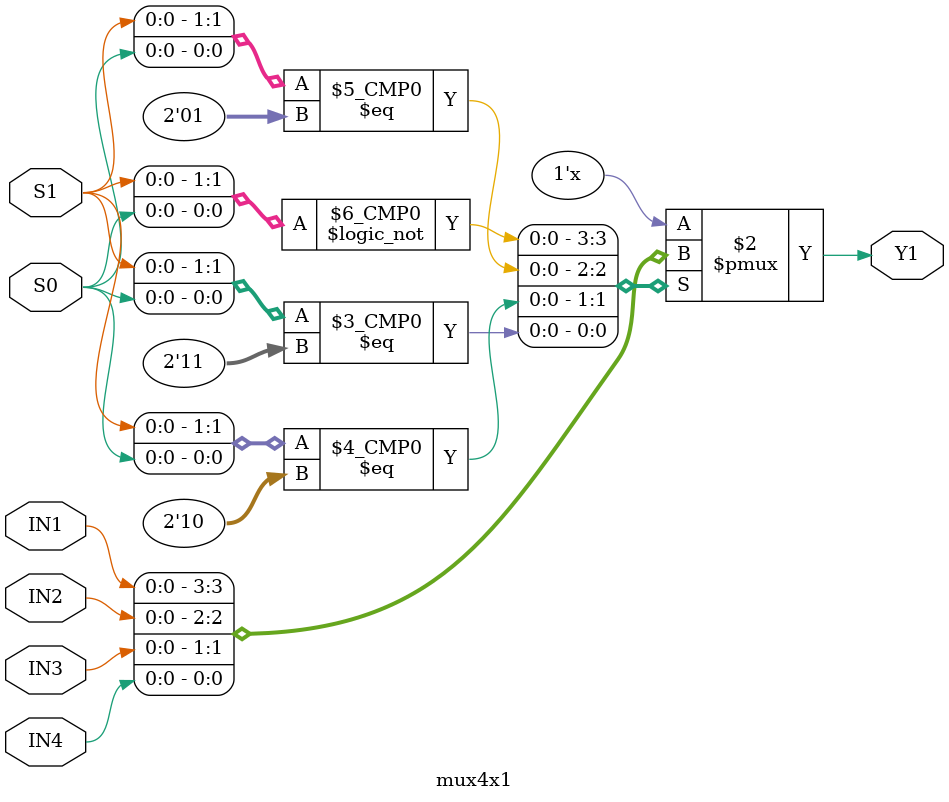
<source format=sv>
module mux4x1(input logic IN1,IN2,IN3,IN4,S0,S1, output logic Y1);
always_comb
begin
	case({S1,S0})
	2'b00: Y1=IN1;
	2'b01: Y1=IN2;
	2'b10: Y1=IN3;
	2'b11: Y1=IN4;
	default Y1=1'bx;
endcase
end
endmodule


</source>
